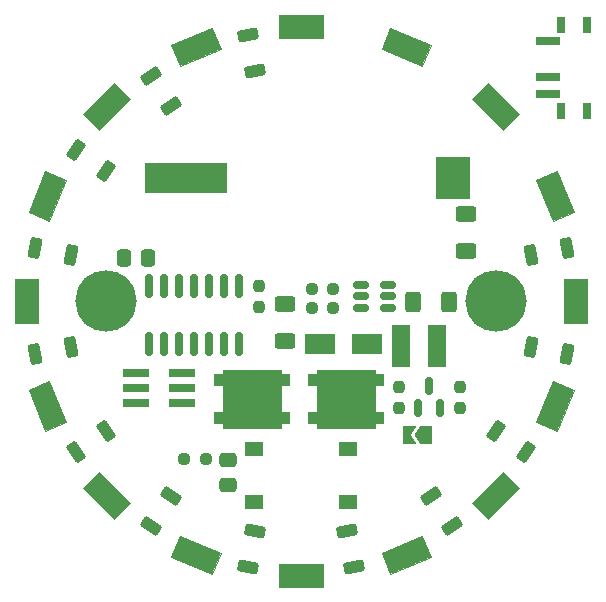
<source format=gbr>
%TF.GenerationSoftware,KiCad,Pcbnew,(6.0.7)*%
%TF.CreationDate,2022-12-29T13:17:21+01:00*%
%TF.ProjectId,badge,62616467-652e-46b6-9963-61645f706362,rev?*%
%TF.SameCoordinates,Original*%
%TF.FileFunction,Soldermask,Bot*%
%TF.FilePolarity,Negative*%
%FSLAX46Y46*%
G04 Gerber Fmt 4.6, Leading zero omitted, Abs format (unit mm)*
G04 Created by KiCad (PCBNEW (6.0.7)) date 2022-12-29 13:17:21*
%MOMM*%
%LPD*%
G01*
G04 APERTURE LIST*
G04 Aperture macros list*
%AMRoundRect*
0 Rectangle with rounded corners*
0 $1 Rounding radius*
0 $2 $3 $4 $5 $6 $7 $8 $9 X,Y pos of 4 corners*
0 Add a 4 corners polygon primitive as box body*
4,1,4,$2,$3,$4,$5,$6,$7,$8,$9,$2,$3,0*
0 Add four circle primitives for the rounded corners*
1,1,$1+$1,$2,$3*
1,1,$1+$1,$4,$5*
1,1,$1+$1,$6,$7*
1,1,$1+$1,$8,$9*
0 Add four rect primitives between the rounded corners*
20,1,$1+$1,$2,$3,$4,$5,0*
20,1,$1+$1,$4,$5,$6,$7,0*
20,1,$1+$1,$6,$7,$8,$9,0*
20,1,$1+$1,$8,$9,$2,$3,0*%
%AMFreePoly0*
4,1,6,1.000000,0.000000,0.500000,-0.750000,-0.500000,-0.750000,-0.500000,0.750000,0.500000,0.750000,1.000000,0.000000,1.000000,0.000000,$1*%
%AMFreePoly1*
4,1,6,0.500000,-0.750000,-0.650000,-0.750000,-0.150000,0.000000,-0.650000,0.750000,0.500000,0.750000,0.500000,-0.750000,0.500000,-0.750000,$1*%
G04 Aperture macros list end*
%ADD10C,0.120000*%
%ADD11RoundRect,0.222222X0.697090X0.131700X0.388440X0.593628X-0.697090X-0.131700X-0.388440X-0.593628X0*%
%ADD12RoundRect,0.250000X-0.625000X0.400000X-0.625000X-0.400000X0.625000X-0.400000X0.625000X0.400000X0*%
%ADD13R,2.300000X0.740000*%
%ADD14RoundRect,0.250000X-0.548008X-0.088388X-0.088388X-0.548008X0.548008X0.088388X0.088388X0.548008X0*%
%ADD15C,5.200000*%
%ADD16R,2.000000X0.800000*%
%ADD17R,0.800000X1.400000*%
%ADD18R,2.500000X1.800000*%
%ADD19RoundRect,0.150000X0.150000X-0.587500X0.150000X0.587500X-0.150000X0.587500X-0.150000X-0.587500X0*%
%ADD20RoundRect,0.250000X0.450000X-0.325000X0.450000X0.325000X-0.450000X0.325000X-0.450000X-0.325000X0*%
%ADD21RoundRect,0.250000X-0.450000X0.325000X-0.450000X-0.325000X0.450000X-0.325000X0.450000X0.325000X0*%
%ADD22RoundRect,0.222222X-0.586043X0.399791X-0.694427X-0.145090X0.586043X-0.399791X0.694427X0.145090X0*%
%ADD23R,1.550000X1.300000*%
%ADD24RoundRect,0.250000X0.337500X0.475000X-0.337500X0.475000X-0.337500X-0.475000X0.337500X-0.475000X0*%
%ADD25RoundRect,0.150000X-0.150000X0.825000X-0.150000X-0.825000X0.150000X-0.825000X0.150000X0.825000X0*%
%ADD26RoundRect,0.250000X0.540118X-0.128053X0.291374X0.472468X-0.540118X0.128053X-0.291374X-0.472468X0*%
%ADD27RoundRect,0.237500X-0.237500X0.250000X-0.237500X-0.250000X0.237500X-0.250000X0.237500X0.250000X0*%
%ADD28RoundRect,0.222222X-0.697090X-0.131700X-0.388440X-0.593628X0.697090X0.131700X0.388440X0.593628X0*%
%ADD29RoundRect,0.250000X0.291374X-0.472468X0.540118X0.128053X-0.291374X0.472468X-0.540118X-0.128053X0*%
%ADD30RoundRect,0.222222X0.593628X0.388440X0.131700X0.697090X-0.593628X-0.388440X-0.131700X-0.697090X0*%
%ADD31RoundRect,0.250000X-0.540118X0.128053X-0.291374X-0.472468X0.540118X-0.128053X0.291374X0.472468X0*%
%ADD32RoundRect,0.222222X0.388440X-0.593628X0.697090X-0.131700X-0.388440X0.593628X-0.697090X0.131700X0*%
%ADD33RoundRect,0.250000X-0.400000X-0.625000X0.400000X-0.625000X0.400000X0.625000X-0.400000X0.625000X0*%
%ADD34RoundRect,0.222222X-0.145090X-0.694427X0.399791X-0.586043X0.145090X0.694427X-0.399791X0.586043X0*%
%ADD35RoundRect,0.250000X-0.291374X0.472468X-0.540118X-0.128053X0.291374X-0.472468X0.540118X0.128053X0*%
%ADD36RoundRect,0.222222X0.694427X-0.145090X0.586043X0.399791X-0.694427X0.145090X-0.586043X-0.399791X0*%
%ADD37RoundRect,0.237500X0.250000X0.237500X-0.250000X0.237500X-0.250000X-0.237500X0.250000X-0.237500X0*%
%ADD38RoundRect,0.250000X-0.472468X-0.291374X0.128053X-0.540118X0.472468X0.291374X-0.128053X0.540118X0*%
%ADD39RoundRect,0.250000X0.088388X-0.548008X0.548008X-0.088388X-0.088388X0.548008X-0.548008X0.088388X0*%
%ADD40FreePoly0,180.000000*%
%ADD41FreePoly1,180.000000*%
%ADD42RoundRect,0.250000X0.548008X0.088388X0.088388X0.548008X-0.548008X-0.088388X-0.088388X-0.548008X0*%
%ADD43R,1.500000X3.600000*%
%ADD44RoundRect,0.250000X0.128053X0.540118X-0.472468X0.291374X-0.128053X-0.540118X0.472468X-0.291374X0*%
%ADD45RoundRect,0.250000X0.472468X0.291374X-0.128053X0.540118X-0.472468X-0.291374X0.128053X-0.540118X0*%
%ADD46RoundRect,0.222222X0.131700X-0.697090X0.593628X-0.388440X-0.131700X0.697090X-0.593628X0.388440X0*%
%ADD47RoundRect,0.250000X0.475000X-0.337500X0.475000X0.337500X-0.475000X0.337500X-0.475000X-0.337500X0*%
%ADD48RoundRect,0.222222X0.399791X0.586043X-0.145090X0.694427X-0.399791X-0.586043X0.145090X-0.694427X0*%
%ADD49R,3.000000X3.600000*%
%ADD50R,7.000000X2.600000*%
%ADD51R,1.500000X1.000000*%
%ADD52RoundRect,0.222222X-0.593628X-0.388440X-0.131700X-0.697090X0.593628X0.388440X0.131700X0.697090X0*%
%ADD53RoundRect,0.150000X-0.512500X-0.150000X0.512500X-0.150000X0.512500X0.150000X-0.512500X0.150000X0*%
%ADD54RoundRect,0.222222X-0.694427X0.145090X-0.586043X-0.399791X0.694427X-0.145090X0.586043X0.399791X0*%
%ADD55RoundRect,0.250000X-0.325000X-0.450000X0.325000X-0.450000X0.325000X0.450000X-0.325000X0.450000X0*%
%ADD56RoundRect,0.250000X0.325000X0.450000X-0.325000X0.450000X-0.325000X-0.450000X0.325000X-0.450000X0*%
%ADD57RoundRect,0.222222X-0.399791X-0.586043X0.145090X-0.694427X0.399791X0.586043X-0.145090X0.694427X0*%
%ADD58RoundRect,0.237500X-0.250000X-0.237500X0.250000X-0.237500X0.250000X0.237500X-0.250000X0.237500X0*%
%ADD59RoundRect,0.250000X0.625000X-0.400000X0.625000X0.400000X-0.625000X0.400000X-0.625000X-0.400000X0*%
%ADD60RoundRect,0.250000X-0.128053X-0.540118X0.472468X-0.291374X0.128053X0.540118X-0.472468X0.291374X0*%
%ADD61RoundRect,0.250000X-0.088388X0.548008X-0.548008X0.088388X0.088388X-0.548008X0.548008X-0.088388X0*%
G04 APERTURE END LIST*
D10*
%TO.C,D15*%
X-15803837Y-18434274D02*
X-18434274Y-15803837D01*
X-18434274Y-15803837D02*
X-17076629Y-14446192D01*
X-17076629Y-14446192D02*
X-14446192Y-17076629D01*
X-14446192Y-17076629D02*
X-15803837Y-18434274D01*
G36*
X-15803837Y-18434274D02*
G01*
X-18434274Y-15803837D01*
X-17076629Y-14446192D01*
X-14446192Y-17076629D01*
X-15803837Y-18434274D01*
G37*
%TO.C,D5*%
X24210000Y1860000D02*
X22290000Y1860000D01*
X22290000Y1860000D02*
X22290000Y-1860000D01*
X22290000Y-1860000D02*
X24210000Y-1860000D01*
X24210000Y-1860000D02*
X24210000Y1860000D01*
G36*
X24210000Y1860000D02*
G01*
X22290000Y1860000D01*
X22290000Y-1860000D01*
X24210000Y-1860000D01*
X24210000Y1860000D01*
G37*
%TO.C,D13*%
X-24210000Y-1860000D02*
X-22290000Y-1860000D01*
X-22290000Y-1860000D02*
X-22290000Y1860000D01*
X-22290000Y1860000D02*
X-24210000Y1860000D01*
X-24210000Y1860000D02*
X-24210000Y-1860000D01*
G36*
X-24210000Y-1860000D02*
G01*
X-22290000Y-1860000D01*
X-22290000Y1860000D01*
X-24210000Y1860000D01*
X-24210000Y-1860000D01*
G37*
%TO.C,D6*%
X21655332Y10983182D02*
X23078915Y7546350D01*
X23078915Y7546350D02*
X21305066Y6811598D01*
X21305066Y6811598D02*
X19881483Y10248430D01*
X19881483Y10248430D02*
X21655332Y10983182D01*
G36*
X21655332Y10983182D02*
G01*
X23078915Y7546350D01*
X21305066Y6811598D01*
X19881483Y10248430D01*
X21655332Y10983182D01*
G37*
%TO.C,D4*%
X23078915Y-7546350D02*
X21655332Y-10983182D01*
X21655332Y-10983182D02*
X19881483Y-10248430D01*
X19881483Y-10248430D02*
X21305066Y-6811598D01*
X21305066Y-6811598D02*
X23078915Y-7546350D01*
G36*
X23078915Y-7546350D02*
G01*
X21655332Y-10983182D01*
X19881483Y-10248430D01*
X21305066Y-6811598D01*
X23078915Y-7546350D01*
G37*
%TO.C,D14*%
X-21655332Y-10983182D02*
X-23078915Y-7546350D01*
X-23078915Y-7546350D02*
X-21305066Y-6811598D01*
X-21305066Y-6811598D02*
X-19881483Y-10248430D01*
X-19881483Y-10248430D02*
X-21655332Y-10983182D01*
G36*
X-21655332Y-10983182D02*
G01*
X-23078915Y-7546350D01*
X-21305066Y-6811598D01*
X-19881483Y-10248430D01*
X-21655332Y-10983182D01*
G37*
%TO.C,D12*%
X-23078915Y7546350D02*
X-21655332Y10983182D01*
X-21655332Y10983182D02*
X-19881483Y10248430D01*
X-19881483Y10248430D02*
X-21305066Y6811598D01*
X-21305066Y6811598D02*
X-23078915Y7546350D01*
G36*
X-23078915Y7546350D02*
G01*
X-21655332Y10983182D01*
X-19881483Y10248430D01*
X-21305066Y6811598D01*
X-23078915Y7546350D01*
G37*
%TO.C,D16*%
X-7546350Y-23078915D02*
X-10983182Y-21655332D01*
X-10983182Y-21655332D02*
X-10248430Y-19881483D01*
X-10248430Y-19881483D02*
X-6811598Y-21305066D01*
X-6811598Y-21305066D02*
X-7546350Y-23078915D01*
G36*
X-7546350Y-23078915D02*
G01*
X-10983182Y-21655332D01*
X-10248430Y-19881483D01*
X-6811598Y-21305066D01*
X-7546350Y-23078915D01*
G37*
%TO.C,D3*%
X18434274Y-15803837D02*
X15803837Y-18434274D01*
X15803837Y-18434274D02*
X14446192Y-17076629D01*
X14446192Y-17076629D02*
X17076629Y-14446192D01*
X17076629Y-14446192D02*
X18434274Y-15803837D01*
G36*
X18434274Y-15803837D02*
G01*
X15803837Y-18434274D01*
X14446192Y-17076629D01*
X17076629Y-14446192D01*
X18434274Y-15803837D01*
G37*
%TO.C,D7*%
X15803837Y18434274D02*
X18434274Y15803837D01*
X18434274Y15803837D02*
X17076629Y14446192D01*
X17076629Y14446192D02*
X14446192Y17076629D01*
X14446192Y17076629D02*
X15803837Y18434274D01*
G36*
X15803837Y18434274D02*
G01*
X18434274Y15803837D01*
X17076629Y14446192D01*
X14446192Y17076629D01*
X15803837Y18434274D01*
G37*
%TO.C,D10*%
X-10983182Y21655332D02*
X-7546350Y23078915D01*
X-7546350Y23078915D02*
X-6811598Y21305066D01*
X-6811598Y21305066D02*
X-10248430Y19881483D01*
X-10248430Y19881483D02*
X-10983182Y21655332D01*
G36*
X-10983182Y21655332D02*
G01*
X-7546350Y23078915D01*
X-6811598Y21305066D01*
X-10248430Y19881483D01*
X-10983182Y21655332D01*
G37*
%TO.C,D8*%
X7546350Y23078915D02*
X10983182Y21655332D01*
X10983182Y21655332D02*
X10248430Y19881483D01*
X10248430Y19881483D02*
X6811598Y21305066D01*
X6811598Y21305066D02*
X7546350Y23078915D01*
G36*
X7546350Y23078915D02*
G01*
X10983182Y21655332D01*
X10248430Y19881483D01*
X6811598Y21305066D01*
X7546350Y23078915D01*
G37*
%TO.C,D18*%
G36*
X6230000Y-10780000D02*
G01*
X1330000Y-10780000D01*
X1330000Y-5880000D01*
X6230000Y-5880000D01*
X6230000Y-10780000D01*
G37*
X6230000Y-10780000D02*
X1330000Y-10780000D01*
X1330000Y-5880000D01*
X6230000Y-5880000D01*
X6230000Y-10780000D01*
%TO.C,D1*%
X1860000Y-24210000D02*
X-1860000Y-24210000D01*
X-1860000Y-24210000D02*
X-1860000Y-22290000D01*
X-1860000Y-22290000D02*
X1860000Y-22290000D01*
X1860000Y-22290000D02*
X1860000Y-24210000D01*
G36*
X1860000Y-24210000D02*
G01*
X-1860000Y-24210000D01*
X-1860000Y-22290000D01*
X1860000Y-22290000D01*
X1860000Y-24210000D01*
G37*
%TO.C,D9*%
X-1860000Y24210000D02*
X1860000Y24210000D01*
X1860000Y24210000D02*
X1860000Y22290000D01*
X1860000Y22290000D02*
X-1860000Y22290000D01*
X-1860000Y22290000D02*
X-1860000Y24210000D01*
G36*
X-1860000Y24210000D02*
G01*
X1860000Y24210000D01*
X1860000Y22290000D01*
X-1860000Y22290000D01*
X-1860000Y24210000D01*
G37*
%TO.C,D19*%
G36*
X-1695000Y-10780000D02*
G01*
X-6595000Y-10780000D01*
X-6595000Y-5880000D01*
X-1695000Y-5880000D01*
X-1695000Y-10780000D01*
G37*
X-1695000Y-10780000D02*
X-6595000Y-10780000D01*
X-6595000Y-5880000D01*
X-1695000Y-5880000D01*
X-1695000Y-10780000D01*
%TO.C,D2*%
X10983182Y-21655332D02*
X7546350Y-23078915D01*
X7546350Y-23078915D02*
X6811598Y-21305066D01*
X6811598Y-21305066D02*
X10248430Y-19881483D01*
X10248430Y-19881483D02*
X10983182Y-21655332D01*
G36*
X10983182Y-21655332D02*
G01*
X7546350Y-23078915D01*
X6811598Y-21305066D01*
X10248430Y-19881483D01*
X10983182Y-21655332D01*
G37*
%TO.C,D11*%
X-18434274Y15803837D02*
X-15803837Y18434274D01*
X-15803837Y18434274D02*
X-14446192Y17076629D01*
X-14446192Y17076629D02*
X-17076629Y14446192D01*
X-17076629Y14446192D02*
X-18434274Y15803837D01*
G36*
X-18434274Y15803837D02*
G01*
X-15803837Y18434274D01*
X-14446192Y17076629D01*
X-17076629Y14446192D01*
X-18434274Y15803837D01*
G37*
%TD*%
D11*
%TO.C,JP3*%
X12750357Y-19082201D03*
X11028089Y-16504645D03*
%TD*%
D12*
%TO.C,JP17*%
X14000000Y7350000D03*
X14000000Y4250000D03*
%TD*%
D13*
%TO.C,J1*%
X-10050000Y-6130000D03*
X-13950000Y-6130000D03*
X-10050000Y-7400000D03*
X-13950000Y-7400000D03*
X-10050000Y-8670000D03*
X-13950000Y-8670000D03*
%TD*%
D14*
%TO.C,D15*%
X-17165017Y-15715449D03*
X-15715449Y-17165017D03*
%TD*%
D15*
%TO.C,H2*%
X-16500000Y0D03*
%TD*%
D16*
%TO.C,SW1*%
X20875000Y22000000D03*
X20875000Y19000000D03*
X20875000Y17500000D03*
D17*
X22025000Y16100000D03*
X22025000Y23400000D03*
X24225000Y23400000D03*
X24225000Y16100000D03*
%TD*%
D18*
%TO.C,D17*%
X1600000Y-3600000D03*
X5600000Y-3600000D03*
%TD*%
D19*
%TO.C,Q1*%
X11800000Y-9100000D03*
X9900000Y-9100000D03*
X10850000Y-7225000D03*
%TD*%
D20*
%TO.C,D5*%
X23250000Y-1025000D03*
X23250000Y1025000D03*
%TD*%
D21*
%TO.C,D13*%
X-23250000Y1025000D03*
X-23250000Y-1025000D03*
%TD*%
D22*
%TO.C,R4*%
X-3872510Y-19468583D03*
X-4477290Y-22509017D03*
%TD*%
D23*
%TO.C,SW2*%
X3975000Y-12550000D03*
X-3975000Y-12550000D03*
X-3975000Y-17050000D03*
X3975000Y-17050000D03*
%TD*%
D24*
%TO.C,C1*%
X-12925000Y3600000D03*
X-15000000Y3600000D03*
%TD*%
D25*
%TO.C,U1*%
X-12910000Y1275000D03*
X-11640000Y1275000D03*
X-10370000Y1275000D03*
X-9100000Y1275000D03*
X-7830000Y1275000D03*
X-6560000Y1275000D03*
X-5290000Y1275000D03*
X-5290000Y-3675000D03*
X-6560000Y-3675000D03*
X-7830000Y-3675000D03*
X-9100000Y-3675000D03*
X-10370000Y-3675000D03*
X-11640000Y-3675000D03*
X-12910000Y-3675000D03*
%TD*%
D26*
%TO.C,D6*%
X21872450Y7950413D03*
X21087948Y9844367D03*
%TD*%
D27*
%TO.C,R9*%
X-3600000Y1312500D03*
X-3600000Y-512500D03*
%TD*%
D28*
%TO.C,JP11*%
X-12750357Y19082201D03*
X-11028089Y16504645D03*
%TD*%
D29*
%TO.C,D4*%
X21087948Y-9844367D03*
X21872450Y-7950413D03*
%TD*%
D30*
%TO.C,JP4*%
X19082236Y-12750305D03*
X16504680Y-11028037D03*
%TD*%
D15*
%TO.C,H1*%
X16500000Y0D03*
%TD*%
D31*
%TO.C,D14*%
X-21872450Y-7950413D03*
X-21087948Y-9844367D03*
%TD*%
D32*
%TO.C,JP16*%
X-12750305Y-19082236D03*
X-11028037Y-16504680D03*
%TD*%
D33*
%TO.C,C2*%
X9450000Y-100000D03*
X12550000Y-100000D03*
%TD*%
D34*
%TO.C,R2*%
X19468571Y3872571D03*
X22509005Y4477351D03*
%TD*%
%TO.C,JP14*%
X-22509005Y-4477351D03*
X-19468571Y-3872571D03*
%TD*%
D35*
%TO.C,D12*%
X-21087948Y9844367D03*
X-21872450Y7950413D03*
%TD*%
D36*
%TO.C,JP2*%
X4477351Y-22509005D03*
X3872571Y-19468571D03*
%TD*%
D37*
%TO.C,R6*%
X2712500Y1000000D03*
X887500Y1000000D03*
%TD*%
D38*
%TO.C,D16*%
X-9844367Y-21087948D03*
X-7950413Y-21872450D03*
%TD*%
D39*
%TO.C,D3*%
X15715449Y-17165017D03*
X17165017Y-15715449D03*
%TD*%
D40*
%TO.C,JP18*%
X10575000Y-11362500D03*
D41*
X9125000Y-11362500D03*
%TD*%
D42*
%TO.C,D7*%
X17165017Y15715449D03*
X15715449Y17165017D03*
%TD*%
D43*
%TO.C,L1*%
X11525000Y-3800000D03*
X8475000Y-3800000D03*
%TD*%
D44*
%TO.C,D10*%
X-7950413Y21872450D03*
X-9844367Y21087948D03*
%TD*%
D45*
%TO.C,D8*%
X9844367Y21087948D03*
X7950413Y21872450D03*
%TD*%
D46*
%TO.C,JP15*%
X-19082201Y-12750357D03*
X-16504645Y-11028089D03*
%TD*%
D47*
%TO.C,C5*%
X-6200000Y-15537500D03*
X-6200000Y-13462500D03*
%TD*%
D48*
%TO.C,R3*%
X-19468583Y3872510D03*
X-22509017Y4477290D03*
%TD*%
D49*
%TO.C,BT1*%
X12900000Y10400000D03*
D50*
X-9750000Y10400000D03*
%TD*%
D51*
%TO.C,D18*%
X1330000Y-6730000D03*
X1330000Y-9930000D03*
X6230000Y-9930000D03*
X6230000Y-6730000D03*
%TD*%
D52*
%TO.C,JP12*%
X-19082236Y12750305D03*
X-16504680Y11028037D03*
%TD*%
D53*
%TO.C,U2*%
X5062500Y-550000D03*
X5062500Y400000D03*
X5062500Y1350000D03*
X7337500Y1350000D03*
X7337500Y400000D03*
X7337500Y-550000D03*
%TD*%
D54*
%TO.C,JP10*%
X-4477351Y22509005D03*
X-3872571Y19468571D03*
%TD*%
D55*
%TO.C,D1*%
X-1025000Y-23250000D03*
X1025000Y-23250000D03*
%TD*%
D56*
%TO.C,D9*%
X1025000Y23250000D03*
X-1025000Y23250000D03*
%TD*%
D57*
%TO.C,R1*%
X19468583Y-3872510D03*
X22509017Y-4477290D03*
%TD*%
D37*
%TO.C,R10*%
X-8087500Y-13400000D03*
X-9912500Y-13400000D03*
%TD*%
D27*
%TO.C,R7*%
X13450000Y-7250000D03*
X13450000Y-9075000D03*
%TD*%
D51*
%TO.C,D19*%
X-6595000Y-6730000D03*
X-6595000Y-9930000D03*
X-1695000Y-9930000D03*
X-1695000Y-6730000D03*
%TD*%
D58*
%TO.C,R5*%
X887500Y-600000D03*
X2712500Y-600000D03*
%TD*%
D59*
%TO.C,C3*%
X-1400000Y-3350000D03*
X-1400000Y-250000D03*
%TD*%
D27*
%TO.C,R8*%
X8250000Y-7250000D03*
X8250000Y-9075000D03*
%TD*%
D60*
%TO.C,D2*%
X7950413Y-21872450D03*
X9844367Y-21087948D03*
%TD*%
D61*
%TO.C,D11*%
X-15715449Y17165017D03*
X-17165017Y15715449D03*
%TD*%
M02*

</source>
